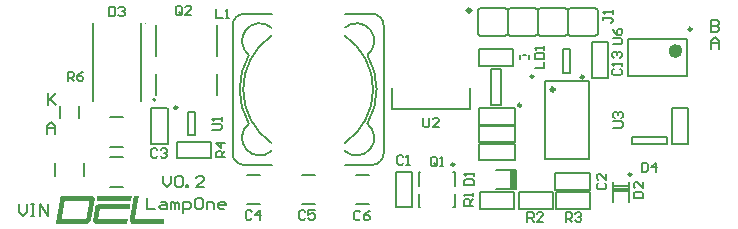
<source format=gto>
G04*
G04 #@! TF.GenerationSoftware,Altium Limited,Altium Designer,21.9.2 (33)*
G04*
G04 Layer_Color=65535*
%FSLAX44Y44*%
%MOMM*%
G71*
G04*
G04 #@! TF.SameCoordinates,8E8D2D65-0791-42D9-92B5-5118B9BC109D*
G04*
G04*
G04 #@! TF.FilePolarity,Positive*
G04*
G01*
G75*
%ADD10C,0.2500*%
%ADD11C,0.2000*%
%ADD12C,0.1000*%
%ADD13C,0.6000*%
%ADD14C,0.3000*%
%ADD15C,0.1270*%
%ADD16C,0.1500*%
%ADD17R,0.5500X1.6000*%
G36*
X576770Y580264D02*
X576712D01*
Y579978D01*
X576655D01*
Y579635D01*
X576598D01*
Y579292D01*
X576541D01*
Y579006D01*
X576484D01*
Y578663D01*
X576427D01*
Y578320D01*
X576369D01*
Y578034D01*
X576312D01*
Y577691D01*
X576255D01*
Y577347D01*
X576198D01*
Y577062D01*
X576141D01*
Y576718D01*
X576083D01*
Y576375D01*
X576026D01*
Y576318D01*
X546748D01*
Y576490D01*
X546805D01*
Y576833D01*
X546862D01*
Y577176D01*
X546919D01*
Y577519D01*
X546977D01*
Y577805D01*
X547034D01*
Y578148D01*
X547091D01*
Y578491D01*
X547148D01*
Y578834D01*
X547205D01*
Y579120D01*
X547262D01*
Y579463D01*
X547320D01*
Y579806D01*
X547377D01*
Y580149D01*
X547434D01*
Y580378D01*
X576770D01*
Y580264D01*
D02*
G37*
G36*
X582602Y580207D02*
X582545D01*
Y579864D01*
X582488D01*
Y579520D01*
X582431D01*
Y579235D01*
X582374D01*
Y578891D01*
X582317D01*
Y578605D01*
X582259D01*
Y578262D01*
X582202D01*
Y577919D01*
X582145D01*
Y577633D01*
X582088D01*
Y577290D01*
X582031D01*
Y577004D01*
X581973D01*
Y576661D01*
X581916D01*
Y576318D01*
X581859D01*
Y576032D01*
X581802D01*
Y575689D01*
X581745D01*
Y575403D01*
X581688D01*
Y575060D01*
X581630D01*
Y574717D01*
X581573D01*
Y574431D01*
X581516D01*
Y574088D01*
X581459D01*
Y573745D01*
X581401D01*
Y573459D01*
X581344D01*
Y573116D01*
X581287D01*
Y572830D01*
X581230D01*
Y572487D01*
X581173D01*
Y572144D01*
X581116D01*
Y571858D01*
X581058D01*
Y571515D01*
X581001D01*
Y571229D01*
X580944D01*
Y570886D01*
X580887D01*
Y570542D01*
X580830D01*
Y570257D01*
X580773D01*
Y569913D01*
X580715D01*
Y569628D01*
X580658D01*
Y569285D01*
X580601D01*
Y568941D01*
X580544D01*
Y568655D01*
X580487D01*
Y568312D01*
X580429D01*
Y567969D01*
X580372D01*
Y567683D01*
X580315D01*
Y567340D01*
X580258D01*
Y567054D01*
X580201D01*
Y566711D01*
X580144D01*
Y566368D01*
X580086D01*
Y566082D01*
X580029D01*
Y565739D01*
X579972D01*
Y565453D01*
X579915D01*
Y565110D01*
X579857D01*
Y564767D01*
X579800D01*
Y564481D01*
X579743D01*
Y564138D01*
X579686D01*
Y563852D01*
X579629D01*
Y563509D01*
X579572D01*
Y563166D01*
X579514D01*
Y562880D01*
X579457D01*
Y562537D01*
X579400D01*
Y562194D01*
X579343D01*
Y561908D01*
X579286D01*
Y561565D01*
X579229D01*
Y561507D01*
X604390D01*
Y561450D01*
X604447D01*
Y561393D01*
X604390D01*
Y561050D01*
X604333D01*
Y560707D01*
X604275D01*
Y560421D01*
X604218D01*
Y560078D01*
X604161D01*
Y559735D01*
X604104D01*
Y559449D01*
X604047D01*
Y559106D01*
X603989D01*
Y558763D01*
X603932D01*
Y558477D01*
X603875D01*
Y558134D01*
X603818D01*
Y557790D01*
X603761D01*
Y557505D01*
X603703D01*
Y557390D01*
X576427D01*
Y557447D01*
X576369D01*
Y557562D01*
X576312D01*
Y557619D01*
X576255D01*
Y557676D01*
X576198D01*
Y557733D01*
X576141D01*
Y557790D01*
X576083D01*
Y557905D01*
X576026D01*
Y557962D01*
X575969D01*
Y558019D01*
X575912D01*
Y558076D01*
X575855D01*
Y558134D01*
X575798D01*
Y558191D01*
X575740D01*
Y558305D01*
X575683D01*
Y558362D01*
X575626D01*
Y558419D01*
X575569D01*
Y558477D01*
X575512D01*
Y558534D01*
X575454D01*
Y558591D01*
X575397D01*
Y558705D01*
X575340D01*
Y558763D01*
X575283D01*
Y558820D01*
X575226D01*
Y558877D01*
X575168D01*
Y558934D01*
X575111D01*
Y559049D01*
X575054D01*
Y559106D01*
X574997D01*
Y559163D01*
X574940D01*
Y559220D01*
X574883D01*
Y559277D01*
X574825D01*
Y559334D01*
X574768D01*
Y559678D01*
X574825D01*
Y559963D01*
X574883D01*
Y560307D01*
X574940D01*
Y560650D01*
X574997D01*
Y560936D01*
X575054D01*
Y561279D01*
X575111D01*
Y561622D01*
X575168D01*
Y561908D01*
X575226D01*
Y562251D01*
X575283D01*
Y562594D01*
X575340D01*
Y562880D01*
X575397D01*
Y563223D01*
X575454D01*
Y563566D01*
X575512D01*
Y563852D01*
X575569D01*
Y564195D01*
X575626D01*
Y564538D01*
X575683D01*
Y564824D01*
X575740D01*
Y565167D01*
X575798D01*
Y565510D01*
X575855D01*
Y565796D01*
X575912D01*
Y566139D01*
X575969D01*
Y566482D01*
X576026D01*
Y566768D01*
X576083D01*
Y567112D01*
X576141D01*
Y567455D01*
X576198D01*
Y567741D01*
X576255D01*
Y568084D01*
X576312D01*
Y568427D01*
X576369D01*
Y568713D01*
X576427D01*
Y569056D01*
X576484D01*
Y569399D01*
X576541D01*
Y569685D01*
X576598D01*
Y570028D01*
X576655D01*
Y570371D01*
X576712D01*
Y570657D01*
X576770D01*
Y571000D01*
X576827D01*
Y571343D01*
X576884D01*
Y571629D01*
X576941D01*
Y571972D01*
X576998D01*
Y572315D01*
X577056D01*
Y572601D01*
X577113D01*
Y572944D01*
X577170D01*
Y573287D01*
X577227D01*
Y573573D01*
X577284D01*
Y573916D01*
X577341D01*
Y574259D01*
X577399D01*
Y574545D01*
X577456D01*
Y574888D01*
X577513D01*
Y575232D01*
X577570D01*
Y575518D01*
X577627D01*
Y575861D01*
X577685D01*
Y576204D01*
X577742D01*
Y576490D01*
X577799D01*
Y576833D01*
X577856D01*
Y577176D01*
X577913D01*
Y577462D01*
X577970D01*
Y577805D01*
X578028D01*
Y578148D01*
X578085D01*
Y578434D01*
X578142D01*
Y578777D01*
X578199D01*
Y579120D01*
X578256D01*
Y579406D01*
X578314D01*
Y579749D01*
X578371D01*
Y580092D01*
X578428D01*
Y580378D01*
X582602D01*
Y580207D01*
D02*
G37*
G36*
X575626Y573745D02*
X575569D01*
Y573402D01*
X575512D01*
Y573059D01*
X575454D01*
Y572773D01*
X575397D01*
Y572430D01*
X575340D01*
Y572201D01*
Y572144D01*
Y572086D01*
X575283D01*
Y571801D01*
X575226D01*
Y571457D01*
X575168D01*
Y571114D01*
X575111D01*
Y570828D01*
X575054D01*
Y570485D01*
X574997D01*
Y570142D01*
X574940D01*
Y569971D01*
X549721D01*
Y569856D01*
X549664D01*
Y569513D01*
X549607D01*
Y569170D01*
X549550D01*
Y568884D01*
X549493D01*
Y568541D01*
X549436D01*
Y568198D01*
X549378D01*
Y567855D01*
X549321D01*
Y567569D01*
X549264D01*
Y567226D01*
X549207D01*
Y566883D01*
X549150D01*
Y566597D01*
X549092D01*
Y566254D01*
X549035D01*
Y565911D01*
X548978D01*
Y565568D01*
X548921D01*
Y565281D01*
X548864D01*
Y564938D01*
X548806D01*
Y564595D01*
X548749D01*
Y564309D01*
X548692D01*
Y563966D01*
X548635D01*
Y563623D01*
X548578D01*
Y563280D01*
X548521D01*
Y562994D01*
X548463D01*
Y562651D01*
X548406D01*
Y562308D01*
X548349D01*
Y561965D01*
X548292D01*
Y561679D01*
X548235D01*
Y561507D01*
X573396D01*
Y561450D01*
X573453D01*
Y561393D01*
X573396D01*
Y561107D01*
X573339D01*
Y560764D01*
X573281D01*
Y560421D01*
X573224D01*
Y560135D01*
X573167D01*
Y559792D01*
X573110D01*
Y559449D01*
X573053D01*
Y559163D01*
X572995D01*
Y558820D01*
X572938D01*
Y558477D01*
X572881D01*
Y558191D01*
X572824D01*
Y557848D01*
X572767D01*
Y557505D01*
X572710D01*
Y557390D01*
X545433D01*
Y557447D01*
X545375D01*
Y557562D01*
X545318D01*
Y557619D01*
X545261D01*
Y557676D01*
X545204D01*
Y557733D01*
X545147D01*
Y557848D01*
X545089D01*
Y557905D01*
X545032D01*
Y557962D01*
X544975D01*
Y558019D01*
X544918D01*
Y558076D01*
X544861D01*
Y558191D01*
X544804D01*
Y558248D01*
X544746D01*
Y558305D01*
X544689D01*
Y558362D01*
X544632D01*
Y558477D01*
X544575D01*
Y558534D01*
X544518D01*
Y558591D01*
X544460D01*
Y558648D01*
X544403D01*
Y558705D01*
X544346D01*
Y558820D01*
X544289D01*
Y558877D01*
X544232D01*
Y558934D01*
X544174D01*
Y558991D01*
X544117D01*
Y559106D01*
X544060D01*
Y559163D01*
X544003D01*
Y559220D01*
X543946D01*
Y559277D01*
X543889D01*
Y559334D01*
X543831D01*
Y559449D01*
X543774D01*
Y559563D01*
X543831D01*
Y559849D01*
X543889D01*
Y560192D01*
X543946D01*
Y560535D01*
X544003D01*
Y560821D01*
X544060D01*
Y561164D01*
X544117D01*
Y561507D01*
X544174D01*
Y561851D01*
X544232D01*
Y562136D01*
X544289D01*
Y562480D01*
X544346D01*
Y562823D01*
X544403D01*
Y563109D01*
X544460D01*
Y563452D01*
X544518D01*
Y563795D01*
X544575D01*
Y564138D01*
X544632D01*
Y564424D01*
X544689D01*
Y564767D01*
X544746D01*
Y565110D01*
X544804D01*
Y565396D01*
X544861D01*
Y565739D01*
X544918D01*
Y566082D01*
X544975D01*
Y566425D01*
X545032D01*
Y566711D01*
X545089D01*
Y567054D01*
X545147D01*
Y567397D01*
X545204D01*
Y567683D01*
X545261D01*
Y568026D01*
X545318D01*
Y568369D01*
X545375D01*
Y568713D01*
X545433D01*
Y568998D01*
X545490D01*
Y569342D01*
X545547D01*
Y569685D01*
X545604D01*
Y569971D01*
X545661D01*
Y570314D01*
X545718D01*
Y570657D01*
X545776D01*
Y571000D01*
X545833D01*
Y571286D01*
X545890D01*
Y571629D01*
X545947D01*
Y571972D01*
X546004D01*
Y572086D01*
X546062D01*
Y572144D01*
X546176D01*
Y572201D01*
X546233D01*
Y572258D01*
X546290D01*
Y572315D01*
X546348D01*
Y572372D01*
X546405D01*
Y572430D01*
X546519D01*
Y572487D01*
X546576D01*
Y572544D01*
X546633D01*
Y572601D01*
X546691D01*
Y572658D01*
X546748D01*
Y572715D01*
X546862D01*
Y572773D01*
X546919D01*
Y572830D01*
X546977D01*
Y572887D01*
X547034D01*
Y572944D01*
X547091D01*
Y573001D01*
X547205D01*
Y573059D01*
X547262D01*
Y573116D01*
X547320D01*
Y573173D01*
X547377D01*
Y573230D01*
X547434D01*
Y573287D01*
X547491D01*
Y573344D01*
X547606D01*
Y573402D01*
X547663D01*
Y573459D01*
X547720D01*
Y573516D01*
X547777D01*
Y573573D01*
X547834D01*
Y573630D01*
X547949D01*
Y573688D01*
X548006D01*
Y573745D01*
X548063D01*
Y573802D01*
X548120D01*
Y573859D01*
X548177D01*
Y573916D01*
X548292D01*
Y573974D01*
X548349D01*
Y574031D01*
X548406D01*
Y574088D01*
X575626D01*
Y573745D01*
D02*
G37*
G36*
X543717Y580321D02*
X543774D01*
Y580264D01*
X543831D01*
Y580207D01*
X543889D01*
Y580092D01*
X543946D01*
Y580035D01*
X544003D01*
Y579978D01*
X544060D01*
Y579921D01*
X544117D01*
Y579806D01*
X544174D01*
Y579749D01*
X544232D01*
Y579692D01*
X544289D01*
Y579635D01*
X544346D01*
Y579578D01*
X544403D01*
Y579463D01*
X544460D01*
Y579406D01*
X544518D01*
Y579349D01*
X544575D01*
Y579292D01*
X544632D01*
Y579177D01*
X544689D01*
Y579120D01*
X544746D01*
Y579063D01*
X544804D01*
Y579006D01*
X544861D01*
Y578949D01*
X544918D01*
Y578834D01*
X544975D01*
Y578777D01*
X545032D01*
Y578720D01*
X545089D01*
Y578663D01*
X545147D01*
Y578548D01*
X545204D01*
Y578491D01*
X545261D01*
Y578434D01*
X545318D01*
Y578377D01*
X545375D01*
Y578148D01*
X545318D01*
Y577805D01*
X545261D01*
Y577462D01*
X545204D01*
Y577176D01*
X545147D01*
Y576833D01*
X545089D01*
Y576490D01*
X545032D01*
Y576204D01*
X544975D01*
Y575861D01*
X544918D01*
Y575518D01*
X544861D01*
Y575174D01*
X544804D01*
Y574888D01*
X544746D01*
Y574545D01*
X544689D01*
Y574202D01*
X544632D01*
Y573916D01*
X544575D01*
Y573573D01*
X544518D01*
Y573230D01*
X544460D01*
Y572944D01*
X544403D01*
Y572601D01*
X544346D01*
Y572258D01*
X544289D01*
Y571972D01*
X544232D01*
Y571629D01*
X544174D01*
Y571286D01*
X544117D01*
Y571000D01*
X544060D01*
Y570657D01*
X544003D01*
Y570314D01*
X543946D01*
Y569971D01*
X543889D01*
Y569685D01*
X543831D01*
Y569342D01*
X543774D01*
Y568998D01*
X543717D01*
Y568713D01*
X543660D01*
Y568369D01*
X543603D01*
Y568026D01*
X543545D01*
Y567741D01*
X543488D01*
Y567397D01*
X543431D01*
Y567054D01*
X543374D01*
Y566768D01*
X543317D01*
Y566425D01*
X543260D01*
Y566082D01*
X543202D01*
Y565796D01*
X543145D01*
Y565453D01*
X543088D01*
Y565110D01*
X543031D01*
Y564767D01*
X542974D01*
Y564481D01*
X542916D01*
Y564138D01*
X542859D01*
Y563795D01*
X542802D01*
Y563509D01*
X542745D01*
Y563166D01*
X542688D01*
Y562823D01*
X542631D01*
Y562537D01*
X542573D01*
Y562194D01*
X542516D01*
Y561851D01*
X542459D01*
Y561565D01*
X542402D01*
Y561222D01*
X542345D01*
Y560878D01*
X542287D01*
Y560535D01*
X542230D01*
Y560249D01*
X542173D01*
Y559906D01*
X542116D01*
Y559563D01*
X542059D01*
Y559392D01*
X542001D01*
Y559334D01*
X541944D01*
Y559277D01*
X541887D01*
Y559220D01*
X541773D01*
Y559163D01*
X541716D01*
Y559106D01*
X541658D01*
Y559049D01*
X541601D01*
Y558991D01*
X541544D01*
Y558934D01*
X541430D01*
Y558877D01*
X541372D01*
Y558820D01*
X541315D01*
Y558763D01*
X541258D01*
Y558705D01*
X541201D01*
Y558648D01*
X541144D01*
Y558591D01*
X541029D01*
Y558534D01*
X540972D01*
Y558477D01*
X540915D01*
Y558419D01*
X540858D01*
Y558362D01*
X540801D01*
Y558305D01*
X540686D01*
Y558248D01*
X540629D01*
Y558191D01*
X540572D01*
Y558134D01*
X540515D01*
Y558076D01*
X540457D01*
Y558019D01*
X540343D01*
Y557962D01*
X540286D01*
Y557905D01*
X540229D01*
Y557848D01*
X540172D01*
Y557790D01*
X540114D01*
Y557733D01*
X540057D01*
Y557676D01*
X539943D01*
Y557619D01*
X539886D01*
Y557562D01*
X539828D01*
Y557505D01*
X539771D01*
Y557447D01*
X539714D01*
Y557390D01*
X512437D01*
Y557733D01*
X512494D01*
Y558019D01*
X512551D01*
Y558362D01*
X512609D01*
Y558705D01*
X512666D01*
Y558991D01*
X512723D01*
Y559334D01*
X512780D01*
Y559678D01*
X512837D01*
Y559963D01*
X512895D01*
Y560307D01*
X512952D01*
Y560650D01*
X513009D01*
Y560936D01*
X513066D01*
Y561279D01*
X513123D01*
Y561622D01*
X513181D01*
Y561908D01*
X513238D01*
Y562251D01*
X513295D01*
Y562594D01*
X513352D01*
Y562937D01*
X513409D01*
Y563223D01*
X513466D01*
Y563566D01*
X513524D01*
Y563909D01*
X513581D01*
Y564195D01*
X513638D01*
Y564538D01*
X513695D01*
Y564881D01*
X513752D01*
Y565167D01*
X513810D01*
Y565510D01*
X513867D01*
Y565853D01*
X513924D01*
Y566139D01*
X513981D01*
Y566482D01*
X514038D01*
Y566825D01*
X514095D01*
Y567112D01*
X514153D01*
Y567455D01*
X514210D01*
Y567512D01*
Y567569D01*
Y567798D01*
X514267D01*
Y568141D01*
X514324D01*
Y568427D01*
X514381D01*
Y568770D01*
X514439D01*
Y569113D01*
X514496D01*
Y569399D01*
X514553D01*
Y569742D01*
X514610D01*
Y570085D01*
X514667D01*
Y570371D01*
X514725D01*
Y570714D01*
X514782D01*
Y571057D01*
X514839D01*
Y571343D01*
X514896D01*
Y571686D01*
X514953D01*
Y572029D01*
X515010D01*
Y572315D01*
X515068D01*
Y572658D01*
X515125D01*
Y573001D01*
X515182D01*
Y573287D01*
X515239D01*
Y573630D01*
X515296D01*
Y573974D01*
X515354D01*
Y574317D01*
X515411D01*
Y574603D01*
X515468D01*
Y574946D01*
X515525D01*
Y575289D01*
X515582D01*
Y575575D01*
X515639D01*
Y575918D01*
X515697D01*
Y576261D01*
X515754D01*
Y576547D01*
X515811D01*
Y576890D01*
X515868D01*
Y577233D01*
X515925D01*
Y577519D01*
X515983D01*
Y577862D01*
X516040D01*
Y578205D01*
X516097D01*
Y578491D01*
X516154D01*
Y578834D01*
X516211D01*
Y579177D01*
X516269D01*
Y579520D01*
X516326D01*
Y579806D01*
X516383D01*
Y580149D01*
X516440D01*
Y580378D01*
X543717D01*
Y580321D01*
D02*
G37*
%LPC*%
G36*
X540858Y576318D02*
X519928D01*
Y576261D01*
X519871D01*
Y576032D01*
X519814D01*
Y575689D01*
X519757D01*
Y575346D01*
X519700D01*
Y575060D01*
X519642D01*
Y574717D01*
X519585D01*
Y574431D01*
X519528D01*
Y574088D01*
X519471D01*
Y573745D01*
X519414D01*
Y573459D01*
X519356D01*
Y573116D01*
X519299D01*
Y572830D01*
X519242D01*
Y572487D01*
X519185D01*
Y572144D01*
X519128D01*
Y571858D01*
X519071D01*
Y571515D01*
X519013D01*
Y571172D01*
X518956D01*
Y570886D01*
X518899D01*
Y570542D01*
X518842D01*
Y570257D01*
X518785D01*
Y569913D01*
X518727D01*
Y569570D01*
X518670D01*
Y569285D01*
X518613D01*
Y568941D01*
X518556D01*
Y568655D01*
X518499D01*
Y568312D01*
X518442D01*
Y567969D01*
X518384D01*
Y567683D01*
X518327D01*
Y567340D01*
X518270D01*
Y567054D01*
X518213D01*
Y566711D01*
X518156D01*
Y566368D01*
X518098D01*
Y566082D01*
X518041D01*
Y565739D01*
X517984D01*
Y565453D01*
X517927D01*
Y565110D01*
X517870D01*
Y564767D01*
X517812D01*
Y564481D01*
X517755D01*
Y564138D01*
X517698D01*
Y563852D01*
X517641D01*
Y563509D01*
X517584D01*
Y563166D01*
X517527D01*
Y562880D01*
X517469D01*
Y562537D01*
X517412D01*
Y562194D01*
X517355D01*
Y561908D01*
X517298D01*
Y561565D01*
X517241D01*
Y561507D01*
X538284D01*
Y561565D01*
X538342D01*
Y561908D01*
X538399D01*
Y562251D01*
X538456D01*
Y562537D01*
X538513D01*
Y562880D01*
X538570D01*
Y563223D01*
X538628D01*
Y563509D01*
X538685D01*
Y563852D01*
X538742D01*
Y564195D01*
X538799D01*
Y564481D01*
X538856D01*
Y564824D01*
X538913D01*
Y565167D01*
X538971D01*
Y565453D01*
X539028D01*
Y565796D01*
X539085D01*
Y566139D01*
X539142D01*
Y566482D01*
X539199D01*
Y566768D01*
X539257D01*
Y567112D01*
X539314D01*
Y567455D01*
X539371D01*
Y567741D01*
X539428D01*
Y568084D01*
X539485D01*
Y568427D01*
X539543D01*
Y568713D01*
X539600D01*
Y569056D01*
X539657D01*
Y569399D01*
X539714D01*
Y569685D01*
X539771D01*
Y570028D01*
X539828D01*
Y570371D01*
X539886D01*
Y570657D01*
X539943D01*
Y571000D01*
X540000D01*
Y571343D01*
X540057D01*
Y571629D01*
X540114D01*
Y571972D01*
X540172D01*
Y572315D01*
X540229D01*
Y572658D01*
X540286D01*
Y572944D01*
X540343D01*
Y573287D01*
X540400D01*
Y573630D01*
X540457D01*
Y573916D01*
X540515D01*
Y574259D01*
X540572D01*
Y574603D01*
X540629D01*
Y574888D01*
X540686D01*
Y575232D01*
X540743D01*
Y575575D01*
X540801D01*
Y575861D01*
X540858D01*
Y576204D01*
X540915D01*
Y576261D01*
X540858D01*
Y576318D01*
D02*
G37*
%LPD*%
D10*
X999750Y599000D02*
G03*
X999750Y599000I-1250J0D01*
G01*
X849750Y607500D02*
G03*
X849750Y607500I-1250J0D01*
G01*
X615250Y655500D02*
G03*
X615250Y655500I-1250J0D01*
G01*
X1050750Y722000D02*
G03*
X1050750Y722000I-1250J0D01*
G01*
X959250Y681500D02*
G03*
X959250Y681500I-1250J0D01*
G01*
X906250Y657500D02*
G03*
X906250Y657500I-1250J0D01*
G01*
X916750Y682000D02*
G03*
X916750Y682000I-1250J0D01*
G01*
D11*
X596750Y662250D02*
G03*
X596750Y662250I-1000J0D01*
G01*
X695000Y716431D02*
G03*
X695000Y625569I31000J-45431D01*
G01*
X675842Y700123D02*
G03*
X675842Y641877I50158J-29123D01*
G01*
X757000Y625569D02*
G03*
X757000Y716431I-31000J45431D01*
G01*
X776158Y641877D02*
G03*
X776158Y700123I-50158J29123D01*
G01*
X780000Y607000D02*
G03*
X790000Y617000I0J10000D01*
G01*
Y725000D02*
G03*
X780000Y735000I-10000J0D01*
G01*
X662000Y617000D02*
G03*
X672000Y607000I10000J0D01*
G01*
Y735000D02*
G03*
X662000Y725000I0J-10000D01*
G01*
X776158Y700123D02*
G03*
X757000Y723182I-9146J11889D01*
G01*
X675842Y641877D02*
G03*
X695000Y618818I9146J-11889D01*
G01*
X757000D02*
G03*
X776158Y641877I10012J11169D01*
G01*
X695000Y723182D02*
G03*
X675842Y700123I-10012J-11169D01*
G01*
X984500Y585000D02*
X997500D01*
X984500Y587000D02*
X997500D01*
X984500Y589000D02*
X997500D01*
X984500Y575500D02*
Y592500D01*
X997500Y575500D02*
Y592500D01*
X849000Y601000D02*
X850000D01*
Y589250D02*
Y601000D01*
Y571000D02*
Y582750D01*
X849000Y571000D02*
X850000D01*
X820000D02*
X821000D01*
X820000D02*
Y582750D01*
Y601000D02*
X821000D01*
X820000Y589250D02*
Y601000D01*
X624000Y632000D02*
Y652000D01*
X630000D01*
Y632000D02*
Y652000D01*
X624000Y632000D02*
X630000D01*
X766500Y598500D02*
X777500D01*
X766500Y573500D02*
X777500D01*
X720500Y598500D02*
X731500D01*
X720500Y573500D02*
X731500D01*
X899498Y690999D02*
Y704999D01*
X870498D02*
X899498D01*
X870498Y690999D02*
X899498D01*
X870498D02*
Y704999D01*
X800000Y571000D02*
Y601000D01*
X800100Y571000D02*
X813800D01*
X800000Y601000D02*
X813900D01*
X814000Y571000D02*
Y601000D01*
X674500Y573500D02*
X685500D01*
X674500Y598500D02*
X685500D01*
X614850Y612464D02*
Y626465D01*
Y612464D02*
X643850D01*
X614850Y626465D02*
X643850D01*
Y612464D02*
Y626465D01*
X607000Y625000D02*
Y655000D01*
X593000D02*
X606900D01*
X593100Y625000D02*
X606800D01*
X593000D02*
Y655000D01*
X885000Y587000D02*
X902000D01*
X885000Y603000D02*
X902000D01*
Y587000D02*
Y603000D01*
X871500Y570000D02*
Y584000D01*
Y570000D02*
X900500D01*
X871500Y584000D02*
X900500D01*
Y570000D02*
Y584000D01*
X543750Y661000D02*
Y727000D01*
X584250Y661000D02*
Y727000D01*
X904500Y570000D02*
Y584000D01*
Y570000D02*
X933500D01*
X904500Y584000D02*
X933500D01*
Y570000D02*
Y584000D01*
X871000Y655000D02*
X901000D01*
X871000Y641000D02*
Y654900D01*
X901000Y641100D02*
Y654800D01*
X871000Y641000D02*
X901000D01*
X871000Y611000D02*
X901000D01*
Y611100D02*
Y625000D01*
X871000Y611200D02*
Y624900D01*
Y625000D02*
X901000D01*
X516000Y647000D02*
Y657000D01*
X532000Y647000D02*
Y657000D01*
X511500Y597500D02*
Y608500D01*
X536500Y597500D02*
Y608500D01*
X558500Y588500D02*
X569500D01*
X558500Y613500D02*
X569500D01*
X558500Y622500D02*
X569500D01*
X558500Y647500D02*
X569500D01*
X1048000Y625000D02*
Y655000D01*
X1034000D02*
X1047900D01*
X1034100Y625000D02*
X1047800D01*
X1034000D02*
Y655000D01*
X996950Y682500D02*
Y713500D01*
X1046950Y682500D02*
Y713500D01*
X996950Y682500D02*
X1046950D01*
X996950Y713500D02*
X1046950D01*
X942000Y705000D02*
X948000D01*
X942000Y685000D02*
Y705000D01*
Y685000D02*
X948000D01*
Y705000D01*
X966000Y681000D02*
Y711000D01*
X966100Y681000D02*
X979800D01*
X966000Y711000D02*
X979900D01*
X980000Y681000D02*
Y711000D01*
X1000500Y625000D02*
Y631000D01*
Y625000D02*
X1029500D01*
Y631000D01*
X1000500D02*
X1029500D01*
X935000Y586000D02*
X965000D01*
Y586100D02*
Y600000D01*
X935000Y586200D02*
Y599900D01*
Y600000D02*
X965000D01*
X964500Y570000D02*
Y584000D01*
X935500D02*
X964500D01*
X935500Y570000D02*
X964500D01*
X935500D02*
Y584000D01*
X797000Y654000D02*
Y672000D01*
Y654000D02*
X863000D01*
Y672000D01*
X757000Y735000D02*
X780000D01*
X672000Y607000D02*
X695000D01*
X790000Y617000D02*
Y725000D01*
X757000Y607000D02*
X780000D01*
X672000Y735000D02*
X695000D01*
X662000Y617000D02*
Y725000D01*
X889000Y658000D02*
Y688000D01*
X881000Y658000D02*
X889000D01*
X881000D02*
Y688000D01*
X889000D01*
X945700Y717750D02*
X947700Y715750D01*
X969100D01*
X971100Y717750D01*
Y738250D01*
X969100Y740250D02*
X971100Y738250D01*
X947700Y740250D02*
X969100D01*
X945700Y738250D02*
X947700Y740250D01*
X920300Y717750D02*
X922300Y715750D01*
X943700D01*
X945700Y717750D01*
Y738250D01*
X943700Y740250D02*
X945700Y738250D01*
X922300Y740250D02*
X943700D01*
X920300Y738250D02*
X922300Y740250D01*
X894900Y738250D02*
X896900Y740250D01*
X918300D01*
X920300Y738250D01*
Y717750D02*
Y738250D01*
X918300Y715750D02*
X920300Y717750D01*
X896900Y715750D02*
X918300D01*
X894900Y717750D02*
X896900Y715750D01*
X894900Y717750D02*
Y738250D01*
X869500Y717750D02*
Y738250D01*
Y717750D02*
X871500Y715750D01*
X892900D01*
X894900Y717750D01*
X892900Y740250D02*
X894900Y738250D01*
X871500Y740250D02*
X892900D01*
X869500Y738250D02*
X871500Y740250D01*
X926500Y612000D02*
X963500D01*
X926500Y678000D02*
X963500D01*
Y612000D02*
Y678000D01*
X926500Y612000D02*
Y678000D01*
X871000Y626000D02*
X901000D01*
Y626100D02*
Y639800D01*
X871000Y626000D02*
Y639900D01*
Y640000D02*
X901000D01*
X603000Y597997D02*
Y591332D01*
X606332Y588000D01*
X609664Y591332D01*
Y597997D01*
X612997Y596331D02*
X614663Y597997D01*
X617995D01*
X619661Y596331D01*
Y589666D01*
X617995Y588000D01*
X614663D01*
X612997Y589666D01*
Y596331D01*
X622994Y588000D02*
Y589666D01*
X624660D01*
Y588000D01*
X622994D01*
X637989D02*
X631324D01*
X637989Y594664D01*
Y596331D01*
X636323Y597997D01*
X632990D01*
X631324Y596331D01*
X590000Y579329D02*
Y569332D01*
X596665D01*
X601663Y575997D02*
X604995D01*
X606661Y574331D01*
Y569332D01*
X601663D01*
X599997Y570998D01*
X601663Y572664D01*
X606661D01*
X609994Y569332D02*
Y575997D01*
X611660D01*
X613326Y574331D01*
Y569332D01*
Y574331D01*
X614992Y575997D01*
X616658Y574331D01*
Y569332D01*
X619990Y566000D02*
Y575997D01*
X624989D01*
X626655Y574331D01*
Y570998D01*
X624989Y569332D01*
X619990D01*
X634986Y579329D02*
X631653D01*
X629987Y577663D01*
Y570998D01*
X631653Y569332D01*
X634986D01*
X636652Y570998D01*
Y577663D01*
X634986Y579329D01*
X639984Y569332D02*
Y575997D01*
X644982D01*
X646648Y574331D01*
Y569332D01*
X654979D02*
X651647D01*
X649981Y570998D01*
Y574331D01*
X651647Y575997D01*
X654979D01*
X656645Y574331D01*
Y572664D01*
X649981D01*
X505000Y633000D02*
Y639664D01*
X508332Y642997D01*
X511665Y639664D01*
Y633000D01*
Y637998D01*
X505000D01*
X506000Y667997D02*
Y658000D01*
Y661332D01*
X512664Y667997D01*
X507666Y662998D01*
X512664Y658000D01*
X481000Y573576D02*
Y566912D01*
X484332Y563579D01*
X487664Y566912D01*
Y573576D01*
X490997D02*
X494329D01*
X492663D01*
Y563579D01*
X490997D01*
X494329D01*
X499327D02*
Y573576D01*
X505992Y563579D01*
Y573576D01*
X1067312Y729747D02*
Y719750D01*
X1072310D01*
X1073976Y721416D01*
Y723082D01*
X1072310Y724748D01*
X1067312D01*
X1072310D01*
X1073976Y726414D01*
Y728081D01*
X1072310Y729747D01*
X1067312D01*
X1066893Y705233D02*
Y711898D01*
X1070225Y715230D01*
X1073558Y711898D01*
Y705233D01*
Y710232D01*
X1066893D01*
D12*
X588750Y727000D02*
G03*
X588750Y727000I-500J0D01*
G01*
D13*
X1039950Y703500D02*
G03*
X1039950Y703500I-3000J0D01*
G01*
D14*
X863620Y737780D02*
G03*
X863620Y737780I-1500J0D01*
G01*
X934500Y671000D02*
G03*
X934500Y671000I-1500J0D01*
G01*
D15*
X597000Y666500D02*
Y683750D01*
Y699200D02*
Y725500D01*
X649000Y699200D02*
Y725500D01*
Y666500D02*
Y683750D01*
D16*
X905000Y696466D02*
Y700466D01*
X913000Y696466D02*
Y700466D01*
X907750D02*
X910250D01*
X1001501Y579161D02*
X1009499D01*
Y583160D01*
X1008166Y584492D01*
X1002834D01*
X1001501Y583160D01*
Y579161D01*
X1009499Y592490D02*
Y587158D01*
X1004167Y592490D01*
X1002834D01*
X1001501Y591157D01*
Y588491D01*
X1002834Y587158D01*
X835000Y607334D02*
Y612666D01*
X833667Y613999D01*
X831001D01*
X829668Y612666D01*
Y607334D01*
X831001Y606001D01*
X833667D01*
X832334Y608667D02*
X835000Y606001D01*
X833667D02*
X835000Y607334D01*
X837666Y606001D02*
X840332D01*
X838999D01*
Y613999D01*
X837666Y612666D01*
X619062Y735114D02*
Y740446D01*
X617729Y741779D01*
X615064D01*
X613731Y740446D01*
Y735114D01*
X615064Y733781D01*
X617729D01*
X616397Y736447D02*
X619062Y733781D01*
X617729D02*
X619062Y735114D01*
X627060Y733781D02*
X621728D01*
X627060Y739113D01*
Y740446D01*
X625727Y741779D01*
X623061D01*
X621728Y740446D01*
X678511Y567326D02*
X677178Y568659D01*
X674512D01*
X673179Y567326D01*
Y561994D01*
X674512Y560661D01*
X677178D01*
X678511Y561994D01*
X685175Y560661D02*
Y568659D01*
X681177Y564660D01*
X686508D01*
X806603Y613666D02*
X805270Y614999D01*
X802605D01*
X801272Y613666D01*
Y608334D01*
X802605Y607001D01*
X805270D01*
X806603Y608334D01*
X809269Y607001D02*
X811935D01*
X810602D01*
Y614999D01*
X809269Y613666D01*
X723557Y567347D02*
X722225Y568680D01*
X719559D01*
X718226Y567347D01*
Y562015D01*
X719559Y560682D01*
X722225D01*
X723557Y562015D01*
X731555Y568680D02*
X726223D01*
Y564681D01*
X728889Y566014D01*
X730222D01*
X731555Y564681D01*
Y562015D01*
X730222Y560682D01*
X727556D01*
X726223Y562015D01*
X770257Y566941D02*
X768924Y568274D01*
X766258D01*
X764926Y566941D01*
Y561609D01*
X766258Y560276D01*
X768924D01*
X770257Y561609D01*
X778254Y568274D02*
X775589Y566941D01*
X772923Y564275D01*
Y561609D01*
X774256Y560276D01*
X776922D01*
X778254Y561609D01*
Y562942D01*
X776922Y564275D01*
X772923D01*
X645001Y636545D02*
X651666D01*
X652999Y637878D01*
Y640544D01*
X651666Y641877D01*
X645001D01*
X652999Y644543D02*
Y647208D01*
Y645876D01*
X645001D01*
X646334Y644543D01*
X655999Y613335D02*
X648001D01*
Y617334D01*
X649334Y618667D01*
X652000D01*
X653333Y617334D01*
Y613335D01*
Y616001D02*
X655999Y618667D01*
Y625332D02*
X648001D01*
X652000Y621333D01*
Y626665D01*
X598410Y619666D02*
X597077Y620999D01*
X594411D01*
X593078Y619666D01*
Y614334D01*
X594411Y613001D01*
X597077D01*
X598410Y614334D01*
X601076Y619666D02*
X602409Y620999D01*
X605075D01*
X606407Y619666D01*
Y618333D01*
X605075Y617000D01*
X603741D01*
X605075D01*
X606407Y615667D01*
Y614334D01*
X605075Y613001D01*
X602409D01*
X601076Y614334D01*
X918001Y688670D02*
X925999D01*
Y694001D01*
X918001Y696667D02*
X925999D01*
Y700666D01*
X924666Y701999D01*
X919334D01*
X918001Y700666D01*
Y696667D01*
X925999Y704665D02*
Y707330D01*
Y705997D01*
X918001D01*
X919334Y704665D01*
X865793Y572494D02*
X857796D01*
Y576492D01*
X859128Y577825D01*
X861794D01*
X863127Y576492D01*
Y572494D01*
Y575159D02*
X865793Y577825D01*
Y580491D02*
Y583157D01*
Y581824D01*
X857796D01*
X859128Y580491D01*
X858088Y589668D02*
X866085D01*
Y593667D01*
X864752Y595000D01*
X859420D01*
X858088Y593667D01*
Y589668D01*
X866085Y597666D02*
Y600332D01*
Y598999D01*
X858088D01*
X859420Y597666D01*
X975801Y732485D02*
Y729819D01*
Y731152D01*
X982466D01*
X983799Y729819D01*
Y728486D01*
X982466Y727153D01*
X983799Y735150D02*
Y737816D01*
Y736483D01*
X975801D01*
X977134Y735150D01*
X985013Y688335D02*
X983680Y687002D01*
Y684336D01*
X985013Y683003D01*
X990345D01*
X991678Y684336D01*
Y687002D01*
X990345Y688335D01*
X991678Y691001D02*
Y693667D01*
Y692334D01*
X983680D01*
X985013Y691001D01*
Y697665D02*
X983680Y698998D01*
Y701664D01*
X985013Y702997D01*
X986346D01*
X987679Y701664D01*
Y700331D01*
Y701664D01*
X989012Y702997D01*
X990345D01*
X991678Y701664D01*
Y698998D01*
X990345Y697665D01*
X911636Y559053D02*
Y567051D01*
X915634D01*
X916967Y565718D01*
Y563052D01*
X915634Y561719D01*
X911636D01*
X914301D02*
X916967Y559053D01*
X924965D02*
X919633D01*
X924965Y564385D01*
Y565718D01*
X923632Y567051D01*
X920966D01*
X919633Y565718D01*
X943996Y558737D02*
Y566734D01*
X947995D01*
X949328Y565401D01*
Y562735D01*
X947995Y561403D01*
X943996D01*
X946662D02*
X949328Y558737D01*
X951994Y565401D02*
X953327Y566734D01*
X955993D01*
X957326Y565401D01*
Y564068D01*
X955993Y562735D01*
X954660D01*
X955993D01*
X957326Y561403D01*
Y560070D01*
X955993Y558737D01*
X953327D01*
X951994Y560070D01*
X971834Y591667D02*
X970501Y590334D01*
Y587668D01*
X971834Y586335D01*
X977166D01*
X978499Y587668D01*
Y590334D01*
X977166Y591667D01*
X978499Y599664D02*
Y594333D01*
X973167Y599664D01*
X971834D01*
X970501Y598332D01*
Y595666D01*
X971834Y594333D01*
X823335Y646999D02*
Y640334D01*
X824668Y639001D01*
X827334D01*
X828667Y640334D01*
Y646999D01*
X836665Y639001D02*
X831333D01*
X836665Y644333D01*
Y645666D01*
X835332Y646999D01*
X832666D01*
X831333Y645666D01*
X983889Y709085D02*
X990553D01*
X991886Y710418D01*
Y713084D01*
X990553Y714417D01*
X983889D01*
Y722414D02*
X985221Y719749D01*
X987887Y717083D01*
X990553D01*
X991886Y718416D01*
Y721082D01*
X990553Y722414D01*
X989220D01*
X987887Y721082D01*
Y717083D01*
X984301Y638641D02*
X990965D01*
X992298Y639974D01*
Y642640D01*
X990965Y643973D01*
X984301D01*
X985634Y646639D02*
X984301Y647972D01*
Y650638D01*
X985634Y651971D01*
X986967D01*
X988300Y650638D01*
Y649305D01*
Y650638D01*
X989633Y651971D01*
X990965D01*
X992298Y650638D01*
Y647972D01*
X990965Y646639D01*
X522336Y678001D02*
Y685999D01*
X526334D01*
X527667Y684666D01*
Y682000D01*
X526334Y680667D01*
X522336D01*
X525001D02*
X527667Y678001D01*
X535664Y685999D02*
X532999Y684666D01*
X530333Y682000D01*
Y679334D01*
X531666Y678001D01*
X534332D01*
X535664Y679334D01*
Y680667D01*
X534332Y682000D01*
X530333D01*
X648291Y738999D02*
Y731001D01*
X653622D01*
X656288D02*
X658954D01*
X657621D01*
Y738999D01*
X656288Y737666D01*
X1008335Y608999D02*
Y601001D01*
X1012334D01*
X1013667Y602334D01*
Y607666D01*
X1012334Y608999D01*
X1008335D01*
X1020332Y601001D02*
Y608999D01*
X1016333Y605000D01*
X1021665D01*
X557336Y740999D02*
Y733001D01*
X561334D01*
X562667Y734334D01*
Y739666D01*
X561334Y740999D01*
X557336D01*
X565333Y739666D02*
X566666Y740999D01*
X569332D01*
X570664Y739666D01*
Y738333D01*
X569332Y737000D01*
X567999D01*
X569332D01*
X570664Y735667D01*
Y734334D01*
X569332Y733001D01*
X566666D01*
X565333Y734334D01*
D17*
X899250Y595000D02*
D03*
M02*

</source>
